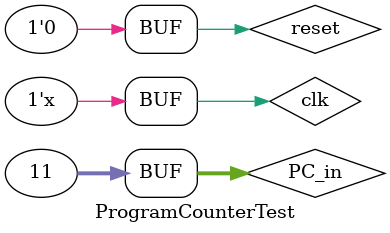
<source format=v>
`timescale 1ns / 1ps


module ProgramCounterTest;

	// Inputs
	reg clk;
	reg reset;
	reg [31:0] PC_in;

	// Outputs
	wire [31:0] PC_out;

	// Instantiate the Unit Under Test (UUT)
	ProgramCounter uut (
		.clk(clk), 
		.reset(reset), 
		.PC_in(PC_in), 
		.PC_out(PC_out)
	);

	initial begin
		// Initialize Inputs
		clk = 0;
		reset = 0;
		PC_in = 0;

		// Wait 100 ns for global reset to finish
		#100;
	end
	
	always
		begin
			#10 clk = ~clk;
		end
		
	initial
		begin
			reset = 1;
			#10; reset = 1; PC_in = 32'b1011;
			#10; reset = 0; PC_in = 32'b1100;
			#10; reset = 0; PC_in = 32'b1101;
			#10; reset = 0; PC_in = 32'b1110;
			#10; reset = 1; PC_in = 32'b1111;
			#10; reset = 0; PC_in = 32'b1011;
		end
      
endmodule


</source>
